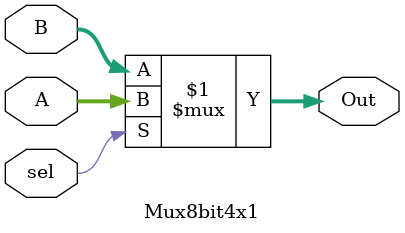
<source format=v>
`timescale 1ns / 1ps


module Mux8bit4x1(
    input sel,
    input [7:0]A,
    input [7:0]B, 
    output [7:0] Out
   
    );
   

    assign Out = (sel)?A:B;
endmodule

</source>
